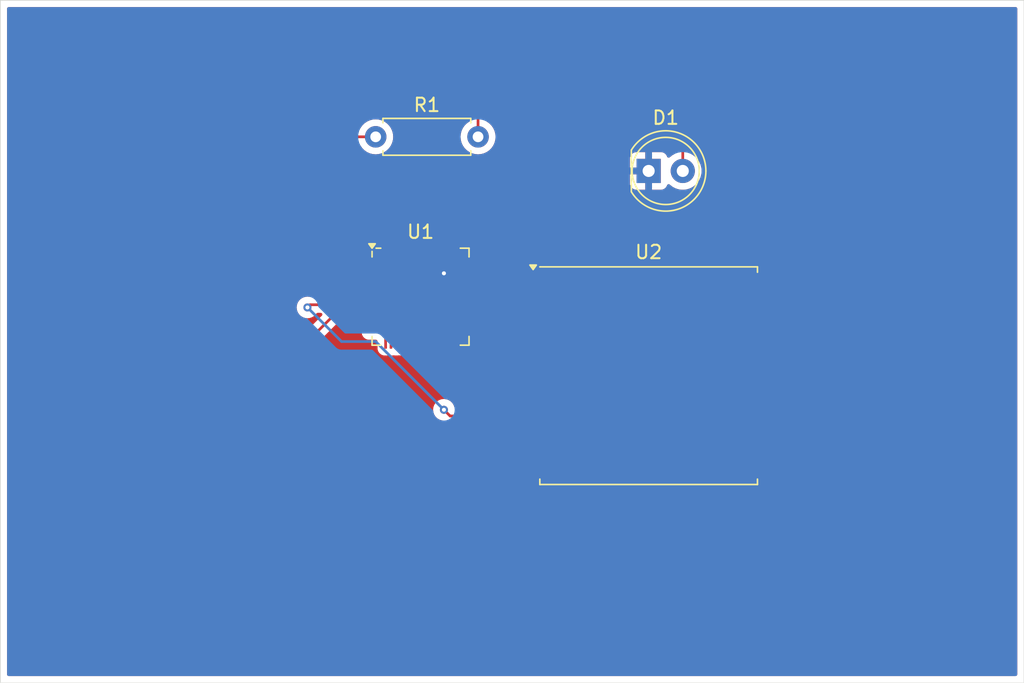
<source format=kicad_pcb>
(kicad_pcb (version 20221018) (generator pcbnew)
  (layers (0 "F.Cu" signal) (31 "B.Cu" signal) (34 "B.Paste" user) (35 "F.Paste" user) (36 "B.SilkS" user "B.Silkscreen") (37 "F.SilkS" user "F.Silkscreen") (38 "B.Mask" user) (39 "F.Mask" user) (44 "Edge.Cuts" user))
  (net 0 "")
  (net 1 "GND")
  (net 2 "Net-(D1-A)")
  (net 3 "Net-(U1-GPIO0)")
  (net 4 "VCC")
  (net 11 "/NET1")
  (net 12 "GLOBALLABEL")
  (net 23 "Net-(U1-DVDD-Pad23)")
  (footprint "Package_DFN_QFN:QFN-56-1EP_7x7mm_P0.4mm_EP3.2x3.2mm" (layer "F.Cu") (at 132.88 72.86)
    (fp_text reference "U1" (at 0 -4.83) (layer "F.SilkS"))
    (fp_text value "RP2040")
    (fp_line (start -3.61 -2.96) (end -3.61 -3.37) (stroke (width 0.12)) (layer "F.SilkS"))
    (fp_line (start -3.61 3.61) (end -3.61 2.96) (stroke (width 0.12)) (layer "F.SilkS"))
    (fp_line (start -2.96 -3.61) (end -3.31 -3.61) (stroke (width 0.12)) (layer "F.SilkS"))
    (fp_line (start -2.96 3.61) (end -3.61 3.61) (stroke (width 0.12)) (layer "F.SilkS"))
    (fp_line (start 2.96 -3.61) (end 3.61 -3.61) (stroke (width 0.12)) (layer "F.SilkS"))
    (fp_line (start 2.96 3.61) (end 3.61 3.61) (stroke (width 0.12)) (layer "F.SilkS"))
    (fp_line (start 3.61 -3.61) (end 3.61 -2.96) (stroke (width 0.12)) (layer "F.SilkS"))
    (fp_line (start 3.61 3.61) (end 3.61 2.96) (stroke (width 0.12)) (layer "F.SilkS"))
    (fp_poly (pts (xy -3.61 -3.61) (xy -3.85 -3.94) (xy -3.37 -3.94) (xy -3.61 -3.61)) (stroke (width 0.12)) (fill solid) (layer "F.SilkS"))
    (pad "1" smd roundrect (at -3.4375 -2.6) (size 0.875 0.2) (layers "F.Cu" "F.Paste" "F.Mask") (net 4 "VCC"))
    (pad "2" smd roundrect (at -3.4375 -2.2) (size 0.875 0.2) (layers "F.Cu" "F.Paste" "F.Mask") (net 3 "Net-(U1-GPIO0)"))
    (pad "3" smd roundrect (at -3.4375 -1.8) (size 0.875 0.2) (layers "F.Cu" "F.Paste" "F.Mask"))
    (pad "4" smd roundrect (at -3.4375 -1.4) (size 0.875 0.2) (layers "F.Cu" "F.Paste" "F.Mask"))
    (pad "5" smd roundrect (at -3.4375 -1) (size 0.875 0.2) (layers "F.Cu" "F.Paste" "F.Mask"))
    (pad "6" smd roundrect (at -3.4375 -0.6) (size 0.875 0.2) (layers "F.Cu" "F.Paste" "F.Mask"))
    (pad "7" smd roundrect (at -3.4375 -0.2) (size 0.875 0.2) (layers "F.Cu" "F.Paste" "F.Mask"))
    (pad "8" smd roundrect (at -3.4375 0.2) (size 0.875 0.2) (layers "F.Cu" "F.Paste" "F.Mask"))
    (pad "9" smd roundrect (at -3.4375 0.6) (size 0.875 0.2) (layers "F.Cu" "F.Paste" "F.Mask") (net 11 "/NET1"))
    (pad "10" smd roundrect (at -3.4375 1) (size 0.875 0.2) (layers "F.Cu" "F.Paste" "F.Mask") (net 4 "VCC"))
    (pad "11" smd roundrect (at -3.4375 1.4) (size 0.875 0.2) (layers "F.Cu" "F.Paste" "F.Mask") (net 12 "GLOBALLABEL"))
    (pad "12" smd roundrect (at -3.4375 1.8) (size 0.875 0.2) (layers "F.Cu" "F.Paste" "F.Mask"))
    (pad "13" smd roundrect (at -3.4375 2.2) (size 0.875 0.2) (layers "F.Cu" "F.Paste" "F.Mask"))
    (pad "14" smd roundrect (at -3.4375 2.6) (size 0.875 0.2) (layers "F.Cu" "F.Paste" "F.Mask"))
    (pad "15" smd roundrect (at -2.6 3.4375) (size 0.2 0.875) (layers "F.Cu" "F.Paste" "F.Mask"))
    (pad "16" smd roundrect (at -2.2 3.4375) (size 0.2 0.875) (layers "F.Cu" "F.Paste" "F.Mask"))
    (pad "17" smd roundrect (at -1.8 3.4375) (size 0.2 0.875) (layers "F.Cu" "F.Paste" "F.Mask"))
    (pad "18" smd roundrect (at -1.4 3.4375) (size 0.2 0.875) (layers "F.Cu" "F.Paste" "F.Mask"))
    (pad "19" smd roundrect (at -1 3.4375) (size 0.2 0.875) (layers "F.Cu" "F.Paste" "F.Mask"))
    (pad "20" smd roundrect (at -0.6 3.4375) (size 0.2 0.875) (layers "F.Cu" "F.Paste" "F.Mask"))
    (pad "21" smd roundrect (at -0.2 3.4375) (size 0.2 0.875) (layers "F.Cu" "F.Paste" "F.Mask"))
    (pad "22" smd roundrect (at 0.2 3.4375) (size 0.2 0.875) (layers "F.Cu" "F.Paste" "F.Mask") (net 4 "VCC"))
    (pad "23" smd roundrect (at 0.6 3.4375) (size 0.2 0.875) (layers "F.Cu" "F.Paste" "F.Mask") (net 23 "Net-(U1-DVDD-Pad23)"))
    (pad "24" smd roundrect (at 1 3.4375) (size 0.2 0.875) (layers "F.Cu" "F.Paste" "F.Mask"))
    (pad "25" smd roundrect (at 1.4 3.4375) (size 0.2 0.875) (layers "F.Cu" "F.Paste" "F.Mask"))
    (pad "26" smd roundrect (at 1.8 3.4375) (size 0.2 0.875) (layers "F.Cu" "F.Paste" "F.Mask"))
    (pad "27" smd roundrect (at 2.2 3.4375) (size 0.2 0.875) (layers "F.Cu" "F.Paste" "F.Mask"))
    (pad "28" smd roundrect (at 2.6 3.4375) (size 0.2 0.875) (layers "F.Cu" "F.Paste" "F.Mask"))
    (pad "29" smd roundrect (at 3.4375 2.6) (size 0.875 0.2) (layers "F.Cu" "F.Paste" "F.Mask"))
    (pad "30" smd roundrect (at 3.4375 2.2) (size 0.875 0.2) (layers "F.Cu" "F.Paste" "F.Mask"))
    (pad "31" smd roundrect (at 3.4375 1.8) (size 0.875 0.2) (layers "F.Cu" "F.Paste" "F.Mask"))
    (pad "32" smd roundrect (at 3.4375 1.4) (size 0.875 0.2) (layers "F.Cu" "F.Paste" "F.Mask"))
    (pad "33" smd roundrect (at 3.4375 1) (size 0.875 0.2) (layers "F.Cu" "F.Paste" "F.Mask") (net 4 "VCC"))
    (pad "34" smd roundrect (at 3.4375 0.6) (size 0.875 0.2) (layers "F.Cu" "F.Paste" "F.Mask"))
    (pad "35" smd roundrect (at 3.4375 0.2) (size 0.875 0.2) (layers "F.Cu" "F.Paste" "F.Mask"))
    (pad "36" smd roundrect (at 3.4375 -0.2) (size 0.875 0.2) (layers "F.Cu" "F.Paste" "F.Mask"))
    (pad "37" smd roundrect (at 3.4375 -0.6) (size 0.875 0.2) (layers "F.Cu" "F.Paste" "F.Mask"))
    (pad "38" smd roundrect (at 3.4375 -1) (size 0.875 0.2) (layers "F.Cu" "F.Paste" "F.Mask"))
    (pad "39" smd roundrect (at 3.4375 -1.4) (size 0.875 0.2) (layers "F.Cu" "F.Paste" "F.Mask"))
    (pad "40" smd roundrect (at 3.4375 -1.8) (size 0.875 0.2) (layers "F.Cu" "F.Paste" "F.Mask"))
    (pad "41" smd roundrect (at 3.4375 -2.2) (size 0.875 0.2) (layers "F.Cu" "F.Paste" "F.Mask"))
    (pad "42" smd roundrect (at 3.4375 -2.6) (size 0.875 0.2) (layers "F.Cu" "F.Paste" "F.Mask") (net 4 "VCC"))
    (pad "43" smd roundrect (at 2.6 -3.4375) (size 0.2 0.875) (layers "F.Cu" "F.Paste" "F.Mask") (net 4 "VCC"))
    (pad "44" smd roundrect (at 2.2 -3.4375) (size 0.2 0.875) (layers "F.Cu" "F.Paste" "F.Mask") (net 4 "VCC"))
    (pad "45" smd roundrect (at 1.8 -3.4375) (size 0.2 0.875) (layers "F.Cu" "F.Paste" "F.Mask"))
    (pad "46" smd roundrect (at 1.4 -3.4375) (size 0.2 0.875) (layers "F.Cu" "F.Paste" "F.Mask"))
    (pad "47" smd roundrect (at 1 -3.4375) (size 0.2 0.875) (layers "F.Cu" "F.Paste" "F.Mask"))
    (pad "48" smd roundrect (at 0.6 -3.4375) (size 0.2 0.875) (layers "F.Cu" "F.Paste" "F.Mask") (net 4 "VCC"))
    (pad "49" smd roundrect (at 0.2 -3.4375) (size 0.2 0.875) (layers "F.Cu" "F.Paste" "F.Mask") (net 4 "VCC"))
    (pad "50" smd roundrect (at -0.2 -3.4375) (size 0.2 0.875) (layers "F.Cu" "F.Paste" "F.Mask") (net 23 "Net-(U1-DVDD-Pad23)"))
    (pad "51" smd roundrect (at -0.6 -3.4375) (size 0.2 0.875) (layers "F.Cu" "F.Paste" "F.Mask"))
    (pad "52" smd roundrect (at -1 -3.4375) (size 0.2 0.875) (layers "F.Cu" "F.Paste" "F.Mask"))
    (pad "53" smd roundrect (at -1.4 -3.4375) (size 0.2 0.875) (layers "F.Cu" "F.Paste" "F.Mask"))
    (pad "54" smd roundrect (at -1.8 -3.4375) (size 0.2 0.875) (layers "F.Cu" "F.Paste" "F.Mask"))
    (pad "55" smd roundrect (at -2.2 -3.4375) (size 0.2 0.875) (layers "F.Cu" "F.Paste" "F.Mask"))
    (pad "56" smd roundrect (at -2.6 -3.4375) (size 0.2 0.875) (layers "F.Cu" "F.Paste" "F.Mask"))
    (pad "57" smd rect (at 0 0) (size 3.2 3.2) (property pad_prop_heatsink) (layers "F.Cu" "F.Mask") (net 1 "GND"))
  )
  (footprint "RF_Module:HOPERF_RFM9XW_SMD" (layer "F.Cu") (at 149.86 78.74)
    (fp_text reference "U2" (at 0 -9.2) (layer "F.SilkS"))
    (fp_text value "RFM69HCW")
    (fp_line (start -8.1 -8.1) (end 8.1 -8.1) (stroke (width 0.12)) (layer "F.SilkS"))
    (fp_line (start -8.1 7.7) (end -8.1 8.1) (stroke (width 0.12)) (layer "F.SilkS"))
    (fp_line (start -8.1 8.1) (end 8.1 8.1) (stroke (width 0.12)) (layer "F.SilkS"))
    (fp_line (start 8.1 -8.1) (end 8.1 -7.7) (stroke (width 0.12)) (layer "F.SilkS"))
    (fp_line (start 8.1 8.1) (end 8.1 7.7) (stroke (width 0.12)) (layer "F.SilkS"))
    (fp_poly (pts (xy -8.6 -7.9) (xy -8.84 -8.236) (xy -8.36 -8.236) (xy -8.6 -7.9)) (stroke (width 0.12)) (fill solid) (layer "F.SilkS"))
    (pad "1" smd roundrect (at -7.525 -7) (size 2.95 1.27) (layers "F.Cu" "F.Paste" "F.Mask"))
    (pad "2" smd roundrect (at -7.525 -5) (size 2.95 1.27) (layers "F.Cu" "F.Paste" "F.Mask"))
    (pad "3" smd roundrect (at -7.525 -3) (size 2.95 1.27) (layers "F.Cu" "F.Paste" "F.Mask"))
    (pad "4" smd roundrect (at -7.525 -1) (size 2.95 1.27) (layers "F.Cu" "F.Paste" "F.Mask"))
    (pad "5" smd roundrect (at -7.525 1) (size 2.95 1.27) (layers "F.Cu" "F.Paste" "F.Mask"))
    (pad "6" smd roundrect (at -7.525 3) (size 2.95 1.27) (layers "F.Cu" "F.Paste" "F.Mask") (net 11 "/NET1"))
    (pad "7" smd roundrect (at -7.525 5) (size 2.95 1.27) (layers "F.Cu" "F.Paste" "F.Mask") (net 12 "GLOBALLABEL"))
    (pad "8" smd roundrect (at -7.525 7) (size 2.95 1.27) (layers "F.Cu" "F.Paste" "F.Mask"))
    (pad "9" smd roundrect (at 7.525 7) (size 2.95 1.27) (layers "F.Cu" "F.Paste" "F.Mask"))
    (pad "10" smd roundrect (at 7.525 5) (size 2.95 1.27) (layers "F.Cu" "F.Paste" "F.Mask"))
    (pad "11" smd roundrect (at 7.525 3) (size 2.95 1.27) (layers "F.Cu" "F.Paste" "F.Mask"))
    (pad "12" smd roundrect (at 7.525 1) (size 2.95 1.27) (layers "F.Cu" "F.Paste" "F.Mask"))
    (pad "13" smd roundrect (at 7.525 -1) (size 2.95 1.27) (layers "F.Cu" "F.Paste" "F.Mask"))
    (pad "14" smd roundrect (at 7.525 -3) (size 2.95 1.27) (layers "F.Cu" "F.Paste" "F.Mask"))
    (pad "15" smd roundrect (at 7.525 -5) (size 2.95 1.27) (layers "F.Cu" "F.Paste" "F.Mask"))
    (pad "16" smd roundrect (at 7.525 -7) (size 2.95 1.27) (layers "F.Cu" "F.Paste" "F.Mask"))
  )
  (footprint "Resistor_THT:R_Axial_DIN0207_L6.3mm_D2.5mm_P7.62mm_Horizontal" (layer "F.Cu") (at 129.54 60.96)
    (fp_text reference "R1" (at 3.81 -2.37) (layer "F.SilkS"))
    (fp_text value "470")
    (fp_line (start 0.54 -1.37) (end 7.08 -1.37) (stroke (width 0.12)) (layer "F.SilkS"))
    (fp_line (start 0.54 -1.04) (end 0.54 -1.37) (stroke (width 0.12)) (layer "F.SilkS"))
    (fp_line (start 0.54 1.04) (end 0.54 1.37) (stroke (width 0.12)) (layer "F.SilkS"))
    (fp_line (start 0.54 1.37) (end 7.08 1.37) (stroke (width 0.12)) (layer "F.SilkS"))
    (fp_line (start 7.08 -1.37) (end 7.08 -1.04) (stroke (width 0.12)) (layer "F.SilkS"))
    (fp_line (start 7.08 1.37) (end 7.08 1.04) (stroke (width 0.12)) (layer "F.SilkS"))
    (pad "1" thru_hole circle (at 0 0) (size 1.6 1.6) (drill 0.8) (layers "*.Cu" "*.Mask") (net 3 "Net-(U1-GPIO0)"))
    (pad "2" thru_hole oval (at 7.62 0) (size 1.6 1.6) (drill 0.8) (layers "*.Cu" "*.Mask") (net 2 "Net-(D1-A)"))
  )
  (footprint "LED_THT:LED_D5.0mm" (layer "F.Cu") (at 149.86 63.5)
    (fp_text reference "D1" (at 1.27 -3.96) (layer "F.SilkS"))
    (fp_text value "LED")
    (fp_line (start -1.29 -1.545) (end -1.29 1.545) (stroke (width 0.12)) (layer "F.SilkS"))
    (fp_arc (start -1.29 -1.54483) (mid 2.072002 -2.880433) (end 4.26 0.000462) (stroke (width 0.12)) (layer "F.SilkS"))
    (fp_arc (start 4.26 -0.000462) (mid 2.072002 2.880433) (end -1.29 1.54483) (stroke (width 0.12)) (layer "F.SilkS"))
    (fp_circle (center 1.27 0) (end 3.77 0) (stroke (width 0.12)) (fill none) (layer "F.SilkS"))
    (pad "1" thru_hole rect (at 0 0) (size 1.8 1.8) (drill 0.9) (layers "*.Cu" "*.Mask") (net 1 "GND"))
    (pad "2" thru_hole circle (at 2.54 0) (size 1.8 1.8) (drill 0.9) (layers "*.Cu" "*.Mask") (net 2 "Net-(D1-A)"))
  )
  (gr_rect (start 101.6 50.8) (end 177.8 101.6) (stroke (width 0.05)) (fill none) (layer "Edge.Cuts"))
  (via (at 134.62 71.12) (size 0.6) (drill 0.3) (layers "F.Cu" "B.Cu") (net 1))
  (segment (start 149.86 55.88) (end 139.7 55.88) (width 0.2) (layer "F.Cu") (net 2))
  (segment (start 152.4 58.42) (end 149.86 55.88) (width 0.2) (layer "F.Cu") (net 2))
  (segment (start 152.4 63.5) (end 152.4 58.42) (width 0.2) (layer "F.Cu") (net 2))
  (segment (start 139.7 55.88) (end 137.16 58.42) (width 0.2) (layer "F.Cu") (net 2))
  (segment (start 137.16 58.42) (end 137.16 60.96) (width 0.2) (layer "F.Cu") (net 2))
  (segment (start 129.54 60.96) (end 127 60.96) (width 0.2) (layer "F.Cu") (net 3))
  (segment (start 127 60.96) (end 124.46 63.5) (width 0.2) (layer "F.Cu") (net 3))
  (segment (start 126.54 70.66) (end 129.442 70.66) (width 0.2) (layer "F.Cu") (net 3))
  (segment (start 124.46 63.5) (end 124.46 68.58) (width 0.2) (layer "F.Cu") (net 3))
  (segment (start 124.46 68.58) (end 126.54 70.66) (width 0.2) (layer "F.Cu") (net 3))
  (segment (start 142.335 81.74) (end 135.08 81.74) (width 0.2) (layer "F.Cu") (net 11))
  (segment (start 135.08 81.74) (end 134.62 81.28) (width 0.2) (layer "F.Cu") (net 11))
  (segment (start 129.4425 73.46) (end 124.66 73.46) (width 0.2) (layer "F.Cu") (net 11))
  (segment (start 124.66 73.46) (end 124.46 73.66) (width 0.2) (layer "F.Cu") (net 11))
  (via (at 134.62 81.28) (size 0.6) (drill 0.3) (layers "F.Cu" "B.Cu") (net 11))
  (via (at 124.46 73.66) (size 0.6) (drill 0.3) (layers "F.Cu" "B.Cu") (net 11))
  (segment (start 134.62 81.28) (end 129.54 76.2) (width 0.2) (layer "B.Cu") (net 11))
  (segment (start 129.54 76.2) (end 127 76.2) (width 0.2) (layer "B.Cu") (net 11))
  (segment (start 127 76.2) (end 124.46 73.66) (width 0.2) (layer "B.Cu") (net 11))
  (segment (start 142.335 83.74) (end 126.92 83.74) (width 0.2) (layer "F.Cu") (net 12))
  (segment (start 124.46 76.2) (end 126.4 74.26) (width 0.2) (layer "F.Cu") (net 12))
  (segment (start 126.92 83.74) (end 124.46 81.28) (width 0.2) (layer "F.Cu") (net 12))
  (segment (start 126.4 74.26) (end 129.54 74.26) (width 0.2) (layer "F.Cu") (net 12))
  (segment (start 124.46 81.28) (end 124.46 76.2) (width 0.2) (layer "F.Cu") (net 12))
  (zone (net 1) (net_name "GND") (layers "F&B.Cu") (connect_pads (clearance 0.5)) (min_thickness 0.25) (fill yes (thermal_gap 0.5) (thermal_bridge_width 0.5))
    (polygon (pts (xy 177.8 101.6) (xy 177.8 50.8) (xy 101.6 50.8) (xy 101.6 101.6)))
  )
)
</source>
